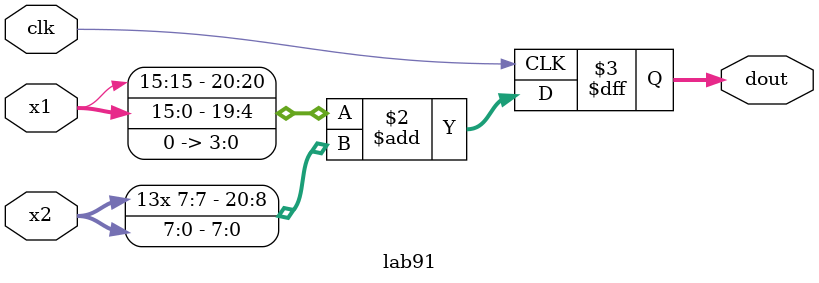
<source format=sv>
module lab91 (
    input  logic        clk,
    input  logic [15:0] x1,   // ïåðâîå ÷èñëî â ôîðìàòå (1,16,8)
    input  logic [ 7:0] x2,   // âòîðîå ÷èñëî â ôîðìàòå (1,8,12)
    output logic [20:0] dout  // ðåçóëüòàò ñëîæåíèÿ
);

    logic signed [20:0] x1_ext; // Ðàñøèðåííûé x1 äî ôîðìàòà (1,21,12)
    logic signed [20:0] x2_ext; // Ðàñøèðåííûé x2 äî ôîðìàòà (1,21,12)
       // Ñóììà ñ äîïîëíèòåëüíûì áèòîì äëÿ îáðàáîòêè ïåðåïîëíåíèÿ

    always_ff @(posedge clk) begin
        x1_ext = {x1[15],x1, 4'b0000}; 
        x2_ext = {{13{x2[7]}}, x2};           
        dout = x1_ext + x2_ext;
        
    end
endmodule

</source>
